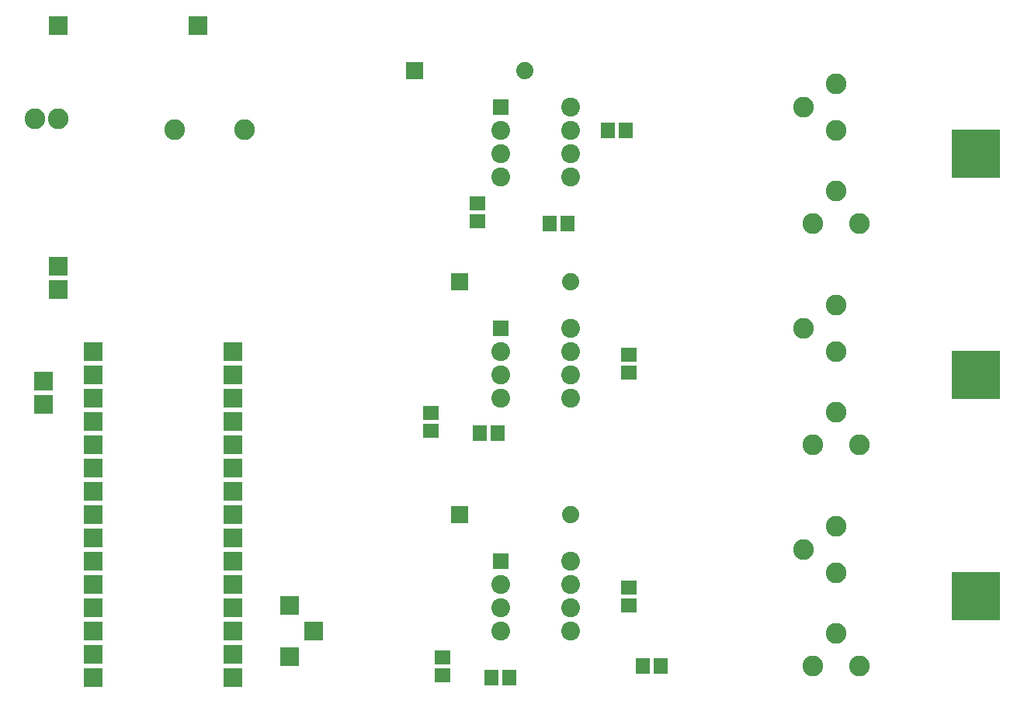
<source format=gbr>
G04 EasyPC Gerber Version 20.0.2 Build 4112 *
G04 #@! TF.Part,Single*
G04 #@! TF.FileFunction,Soldermask,Top *
%FSLAX35Y35*%
%MOIN*%
G04 #@! TA.AperFunction,SMDPad*
%ADD27R,0.06100X0.07000*%
G04 #@! TA.AperFunction,ComponentPad*
%ADD22R,0.07000X0.07000*%
%ADD24R,0.07400X0.07400*%
%ADD29R,0.08087X0.08087*%
%ADD72R,0.20685X0.20685*%
%ADD25C,0.07400*%
%ADD23C,0.08087*%
%ADD28C,0.08874*%
G04 #@! TA.AperFunction,SMDPad*
%ADD26R,0.07000X0.06100*%
X0Y0D02*
D02*
D22*
X243250Y78230D03*
Y178230D03*
Y273230D03*
D02*
D23*
Y48230D03*
Y58230D03*
Y68230D03*
Y148230D03*
Y158230D03*
Y168230D03*
Y243230D03*
Y253230D03*
Y263230D03*
X273250Y48230D03*
Y58230D03*
Y68230D03*
Y78230D03*
Y148230D03*
Y158230D03*
Y168230D03*
Y178230D03*
Y243230D03*
Y253230D03*
Y263230D03*
Y273230D03*
D02*
D24*
X206181Y288904D03*
X225650Y98230D03*
Y198230D03*
D02*
D25*
X253781Y288904D03*
X273250Y98230D03*
Y198230D03*
D02*
D26*
X213250Y134480D03*
Y141980D03*
X218250Y29480D03*
Y36980D03*
X233250Y224480D03*
Y231980D03*
X298250Y59480D03*
Y66980D03*
Y159480D03*
Y166980D03*
D02*
D27*
X234500Y133230D03*
X239500Y28230D03*
X242000Y133230D03*
X247000Y28230D03*
X264500Y223230D03*
X272000D03*
X289500Y263230D03*
X297000D03*
X304500Y33230D03*
X312000D03*
D02*
D28*
X43250Y268230D03*
X53250D03*
X103474Y263789D03*
X133474D03*
X373250Y83230D03*
Y178230D03*
Y273230D03*
X377207Y33230D03*
Y128230D03*
Y223230D03*
X387207Y47187D03*
Y73230D03*
Y93230D03*
Y142187D03*
Y168230D03*
Y188230D03*
Y237187D03*
Y263230D03*
Y283230D03*
X397207Y33230D03*
Y128230D03*
Y223230D03*
D02*
D29*
X47026Y145766D03*
Y155766D03*
X53250Y195061D03*
Y205061D03*
Y308230D03*
X68250Y28230D03*
Y38230D03*
Y48230D03*
Y58230D03*
Y68230D03*
Y78230D03*
Y88230D03*
Y98230D03*
Y108230D03*
Y118230D03*
Y128230D03*
Y138230D03*
Y148230D03*
Y158230D03*
Y168230D03*
X113250Y308230D03*
X128250Y28230D03*
Y38230D03*
Y48230D03*
Y58230D03*
Y68230D03*
Y78230D03*
Y88230D03*
Y98230D03*
Y108230D03*
Y118230D03*
Y128230D03*
Y138230D03*
Y148230D03*
Y158230D03*
Y168230D03*
X152813Y37360D03*
Y59368D03*
X162844Y48364D03*
D02*
D72*
X447207Y63230D03*
Y158230D03*
Y253230D03*
X0Y0D02*
M02*

</source>
